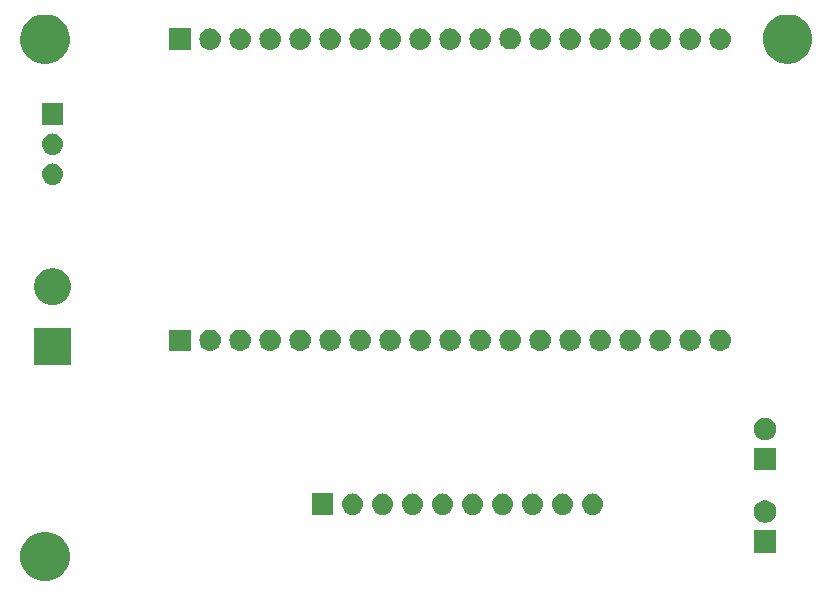
<source format=gbr>
G04 #@! TF.GenerationSoftware,KiCad,Pcbnew,(5.1.2)-2*
G04 #@! TF.CreationDate,2019-10-27T20:23:59-05:00*
G04 #@! TF.ProjectId,ESP_board,4553505f-626f-4617-9264-2e6b69636164,rev?*
G04 #@! TF.SameCoordinates,Original*
G04 #@! TF.FileFunction,Soldermask,Bot*
G04 #@! TF.FilePolarity,Negative*
%FSLAX46Y46*%
G04 Gerber Fmt 4.6, Leading zero omitted, Abs format (unit mm)*
G04 Created by KiCad (PCBNEW (5.1.2)-2) date 2019-10-27 20:23:59*
%MOMM*%
%LPD*%
G04 APERTURE LIST*
%ADD10C,0.100000*%
G04 APERTURE END LIST*
D10*
G36*
X93317589Y-114837048D02*
G01*
X93696671Y-114994069D01*
X94037835Y-115222028D01*
X94327972Y-115512165D01*
X94555931Y-115853329D01*
X94712952Y-116232411D01*
X94793000Y-116634842D01*
X94793000Y-117045158D01*
X94712952Y-117447589D01*
X94555931Y-117826671D01*
X94327972Y-118167835D01*
X94037835Y-118457972D01*
X93696671Y-118685931D01*
X93317589Y-118842952D01*
X92915159Y-118923000D01*
X92504841Y-118923000D01*
X92102411Y-118842952D01*
X91723329Y-118685931D01*
X91382165Y-118457972D01*
X91092028Y-118167835D01*
X90864069Y-117826671D01*
X90707048Y-117447589D01*
X90627000Y-117045158D01*
X90627000Y-116634842D01*
X90707048Y-116232411D01*
X90864069Y-115853329D01*
X91092028Y-115512165D01*
X91382165Y-115222028D01*
X91723329Y-114994069D01*
X92102411Y-114837048D01*
X92504841Y-114757000D01*
X92915159Y-114757000D01*
X93317589Y-114837048D01*
X93317589Y-114837048D01*
G37*
G36*
X154621000Y-116521000D02*
G01*
X152719000Y-116521000D01*
X152719000Y-114619000D01*
X154621000Y-114619000D01*
X154621000Y-116521000D01*
X154621000Y-116521000D01*
G37*
G36*
X153947395Y-112115546D02*
G01*
X154120466Y-112187234D01*
X154120467Y-112187235D01*
X154276227Y-112291310D01*
X154408690Y-112423773D01*
X154408691Y-112423775D01*
X154512766Y-112579534D01*
X154584454Y-112752605D01*
X154621000Y-112936333D01*
X154621000Y-113123667D01*
X154584454Y-113307395D01*
X154512766Y-113480466D01*
X154512765Y-113480467D01*
X154408690Y-113636227D01*
X154276227Y-113768690D01*
X154197818Y-113821081D01*
X154120466Y-113872766D01*
X153947395Y-113944454D01*
X153763667Y-113981000D01*
X153576333Y-113981000D01*
X153392605Y-113944454D01*
X153219534Y-113872766D01*
X153142182Y-113821081D01*
X153063773Y-113768690D01*
X152931310Y-113636227D01*
X152827235Y-113480467D01*
X152827234Y-113480466D01*
X152755546Y-113307395D01*
X152719000Y-113123667D01*
X152719000Y-112936333D01*
X152755546Y-112752605D01*
X152827234Y-112579534D01*
X152931309Y-112423775D01*
X152931310Y-112423773D01*
X153063773Y-112291310D01*
X153219533Y-112187235D01*
X153219534Y-112187234D01*
X153392605Y-112115546D01*
X153576333Y-112079000D01*
X153763667Y-112079000D01*
X153947395Y-112115546D01*
X153947395Y-112115546D01*
G37*
G36*
X118855443Y-111500519D02*
G01*
X118921627Y-111507037D01*
X119091466Y-111558557D01*
X119247991Y-111642222D01*
X119283729Y-111671552D01*
X119385186Y-111754814D01*
X119468448Y-111856271D01*
X119497778Y-111892009D01*
X119581443Y-112048534D01*
X119632963Y-112218373D01*
X119650359Y-112395000D01*
X119632963Y-112571627D01*
X119581443Y-112741466D01*
X119497778Y-112897991D01*
X119468448Y-112933729D01*
X119385186Y-113035186D01*
X119283729Y-113118448D01*
X119247991Y-113147778D01*
X119091466Y-113231443D01*
X118921627Y-113282963D01*
X118855443Y-113289481D01*
X118789260Y-113296000D01*
X118700740Y-113296000D01*
X118634557Y-113289481D01*
X118568373Y-113282963D01*
X118398534Y-113231443D01*
X118242009Y-113147778D01*
X118206271Y-113118448D01*
X118104814Y-113035186D01*
X118021552Y-112933729D01*
X117992222Y-112897991D01*
X117908557Y-112741466D01*
X117857037Y-112571627D01*
X117839641Y-112395000D01*
X117857037Y-112218373D01*
X117908557Y-112048534D01*
X117992222Y-111892009D01*
X118021552Y-111856271D01*
X118104814Y-111754814D01*
X118206271Y-111671552D01*
X118242009Y-111642222D01*
X118398534Y-111558557D01*
X118568373Y-111507037D01*
X118634557Y-111500519D01*
X118700740Y-111494000D01*
X118789260Y-111494000D01*
X118855443Y-111500519D01*
X118855443Y-111500519D01*
G37*
G36*
X121395443Y-111500519D02*
G01*
X121461627Y-111507037D01*
X121631466Y-111558557D01*
X121787991Y-111642222D01*
X121823729Y-111671552D01*
X121925186Y-111754814D01*
X122008448Y-111856271D01*
X122037778Y-111892009D01*
X122121443Y-112048534D01*
X122172963Y-112218373D01*
X122190359Y-112395000D01*
X122172963Y-112571627D01*
X122121443Y-112741466D01*
X122037778Y-112897991D01*
X122008448Y-112933729D01*
X121925186Y-113035186D01*
X121823729Y-113118448D01*
X121787991Y-113147778D01*
X121631466Y-113231443D01*
X121461627Y-113282963D01*
X121395443Y-113289481D01*
X121329260Y-113296000D01*
X121240740Y-113296000D01*
X121174557Y-113289481D01*
X121108373Y-113282963D01*
X120938534Y-113231443D01*
X120782009Y-113147778D01*
X120746271Y-113118448D01*
X120644814Y-113035186D01*
X120561552Y-112933729D01*
X120532222Y-112897991D01*
X120448557Y-112741466D01*
X120397037Y-112571627D01*
X120379641Y-112395000D01*
X120397037Y-112218373D01*
X120448557Y-112048534D01*
X120532222Y-111892009D01*
X120561552Y-111856271D01*
X120644814Y-111754814D01*
X120746271Y-111671552D01*
X120782009Y-111642222D01*
X120938534Y-111558557D01*
X121108373Y-111507037D01*
X121174557Y-111500519D01*
X121240740Y-111494000D01*
X121329260Y-111494000D01*
X121395443Y-111500519D01*
X121395443Y-111500519D01*
G37*
G36*
X123935443Y-111500519D02*
G01*
X124001627Y-111507037D01*
X124171466Y-111558557D01*
X124327991Y-111642222D01*
X124363729Y-111671552D01*
X124465186Y-111754814D01*
X124548448Y-111856271D01*
X124577778Y-111892009D01*
X124661443Y-112048534D01*
X124712963Y-112218373D01*
X124730359Y-112395000D01*
X124712963Y-112571627D01*
X124661443Y-112741466D01*
X124577778Y-112897991D01*
X124548448Y-112933729D01*
X124465186Y-113035186D01*
X124363729Y-113118448D01*
X124327991Y-113147778D01*
X124171466Y-113231443D01*
X124001627Y-113282963D01*
X123935443Y-113289481D01*
X123869260Y-113296000D01*
X123780740Y-113296000D01*
X123714557Y-113289481D01*
X123648373Y-113282963D01*
X123478534Y-113231443D01*
X123322009Y-113147778D01*
X123286271Y-113118448D01*
X123184814Y-113035186D01*
X123101552Y-112933729D01*
X123072222Y-112897991D01*
X122988557Y-112741466D01*
X122937037Y-112571627D01*
X122919641Y-112395000D01*
X122937037Y-112218373D01*
X122988557Y-112048534D01*
X123072222Y-111892009D01*
X123101552Y-111856271D01*
X123184814Y-111754814D01*
X123286271Y-111671552D01*
X123322009Y-111642222D01*
X123478534Y-111558557D01*
X123648373Y-111507037D01*
X123714557Y-111500519D01*
X123780740Y-111494000D01*
X123869260Y-111494000D01*
X123935443Y-111500519D01*
X123935443Y-111500519D01*
G37*
G36*
X126475443Y-111500519D02*
G01*
X126541627Y-111507037D01*
X126711466Y-111558557D01*
X126867991Y-111642222D01*
X126903729Y-111671552D01*
X127005186Y-111754814D01*
X127088448Y-111856271D01*
X127117778Y-111892009D01*
X127201443Y-112048534D01*
X127252963Y-112218373D01*
X127270359Y-112395000D01*
X127252963Y-112571627D01*
X127201443Y-112741466D01*
X127117778Y-112897991D01*
X127088448Y-112933729D01*
X127005186Y-113035186D01*
X126903729Y-113118448D01*
X126867991Y-113147778D01*
X126711466Y-113231443D01*
X126541627Y-113282963D01*
X126475443Y-113289481D01*
X126409260Y-113296000D01*
X126320740Y-113296000D01*
X126254557Y-113289481D01*
X126188373Y-113282963D01*
X126018534Y-113231443D01*
X125862009Y-113147778D01*
X125826271Y-113118448D01*
X125724814Y-113035186D01*
X125641552Y-112933729D01*
X125612222Y-112897991D01*
X125528557Y-112741466D01*
X125477037Y-112571627D01*
X125459641Y-112395000D01*
X125477037Y-112218373D01*
X125528557Y-112048534D01*
X125612222Y-111892009D01*
X125641552Y-111856271D01*
X125724814Y-111754814D01*
X125826271Y-111671552D01*
X125862009Y-111642222D01*
X126018534Y-111558557D01*
X126188373Y-111507037D01*
X126254557Y-111500519D01*
X126320740Y-111494000D01*
X126409260Y-111494000D01*
X126475443Y-111500519D01*
X126475443Y-111500519D01*
G37*
G36*
X129015443Y-111500519D02*
G01*
X129081627Y-111507037D01*
X129251466Y-111558557D01*
X129407991Y-111642222D01*
X129443729Y-111671552D01*
X129545186Y-111754814D01*
X129628448Y-111856271D01*
X129657778Y-111892009D01*
X129741443Y-112048534D01*
X129792963Y-112218373D01*
X129810359Y-112395000D01*
X129792963Y-112571627D01*
X129741443Y-112741466D01*
X129657778Y-112897991D01*
X129628448Y-112933729D01*
X129545186Y-113035186D01*
X129443729Y-113118448D01*
X129407991Y-113147778D01*
X129251466Y-113231443D01*
X129081627Y-113282963D01*
X129015443Y-113289481D01*
X128949260Y-113296000D01*
X128860740Y-113296000D01*
X128794557Y-113289481D01*
X128728373Y-113282963D01*
X128558534Y-113231443D01*
X128402009Y-113147778D01*
X128366271Y-113118448D01*
X128264814Y-113035186D01*
X128181552Y-112933729D01*
X128152222Y-112897991D01*
X128068557Y-112741466D01*
X128017037Y-112571627D01*
X127999641Y-112395000D01*
X128017037Y-112218373D01*
X128068557Y-112048534D01*
X128152222Y-111892009D01*
X128181552Y-111856271D01*
X128264814Y-111754814D01*
X128366271Y-111671552D01*
X128402009Y-111642222D01*
X128558534Y-111558557D01*
X128728373Y-111507037D01*
X128794557Y-111500519D01*
X128860740Y-111494000D01*
X128949260Y-111494000D01*
X129015443Y-111500519D01*
X129015443Y-111500519D01*
G37*
G36*
X134095443Y-111500519D02*
G01*
X134161627Y-111507037D01*
X134331466Y-111558557D01*
X134487991Y-111642222D01*
X134523729Y-111671552D01*
X134625186Y-111754814D01*
X134708448Y-111856271D01*
X134737778Y-111892009D01*
X134821443Y-112048534D01*
X134872963Y-112218373D01*
X134890359Y-112395000D01*
X134872963Y-112571627D01*
X134821443Y-112741466D01*
X134737778Y-112897991D01*
X134708448Y-112933729D01*
X134625186Y-113035186D01*
X134523729Y-113118448D01*
X134487991Y-113147778D01*
X134331466Y-113231443D01*
X134161627Y-113282963D01*
X134095443Y-113289481D01*
X134029260Y-113296000D01*
X133940740Y-113296000D01*
X133874557Y-113289481D01*
X133808373Y-113282963D01*
X133638534Y-113231443D01*
X133482009Y-113147778D01*
X133446271Y-113118448D01*
X133344814Y-113035186D01*
X133261552Y-112933729D01*
X133232222Y-112897991D01*
X133148557Y-112741466D01*
X133097037Y-112571627D01*
X133079641Y-112395000D01*
X133097037Y-112218373D01*
X133148557Y-112048534D01*
X133232222Y-111892009D01*
X133261552Y-111856271D01*
X133344814Y-111754814D01*
X133446271Y-111671552D01*
X133482009Y-111642222D01*
X133638534Y-111558557D01*
X133808373Y-111507037D01*
X133874557Y-111500519D01*
X133940740Y-111494000D01*
X134029260Y-111494000D01*
X134095443Y-111500519D01*
X134095443Y-111500519D01*
G37*
G36*
X136635443Y-111500519D02*
G01*
X136701627Y-111507037D01*
X136871466Y-111558557D01*
X137027991Y-111642222D01*
X137063729Y-111671552D01*
X137165186Y-111754814D01*
X137248448Y-111856271D01*
X137277778Y-111892009D01*
X137361443Y-112048534D01*
X137412963Y-112218373D01*
X137430359Y-112395000D01*
X137412963Y-112571627D01*
X137361443Y-112741466D01*
X137277778Y-112897991D01*
X137248448Y-112933729D01*
X137165186Y-113035186D01*
X137063729Y-113118448D01*
X137027991Y-113147778D01*
X136871466Y-113231443D01*
X136701627Y-113282963D01*
X136635443Y-113289481D01*
X136569260Y-113296000D01*
X136480740Y-113296000D01*
X136414557Y-113289481D01*
X136348373Y-113282963D01*
X136178534Y-113231443D01*
X136022009Y-113147778D01*
X135986271Y-113118448D01*
X135884814Y-113035186D01*
X135801552Y-112933729D01*
X135772222Y-112897991D01*
X135688557Y-112741466D01*
X135637037Y-112571627D01*
X135619641Y-112395000D01*
X135637037Y-112218373D01*
X135688557Y-112048534D01*
X135772222Y-111892009D01*
X135801552Y-111856271D01*
X135884814Y-111754814D01*
X135986271Y-111671552D01*
X136022009Y-111642222D01*
X136178534Y-111558557D01*
X136348373Y-111507037D01*
X136414557Y-111500519D01*
X136480740Y-111494000D01*
X136569260Y-111494000D01*
X136635443Y-111500519D01*
X136635443Y-111500519D01*
G37*
G36*
X139175443Y-111500519D02*
G01*
X139241627Y-111507037D01*
X139411466Y-111558557D01*
X139567991Y-111642222D01*
X139603729Y-111671552D01*
X139705186Y-111754814D01*
X139788448Y-111856271D01*
X139817778Y-111892009D01*
X139901443Y-112048534D01*
X139952963Y-112218373D01*
X139970359Y-112395000D01*
X139952963Y-112571627D01*
X139901443Y-112741466D01*
X139817778Y-112897991D01*
X139788448Y-112933729D01*
X139705186Y-113035186D01*
X139603729Y-113118448D01*
X139567991Y-113147778D01*
X139411466Y-113231443D01*
X139241627Y-113282963D01*
X139175443Y-113289481D01*
X139109260Y-113296000D01*
X139020740Y-113296000D01*
X138954557Y-113289481D01*
X138888373Y-113282963D01*
X138718534Y-113231443D01*
X138562009Y-113147778D01*
X138526271Y-113118448D01*
X138424814Y-113035186D01*
X138341552Y-112933729D01*
X138312222Y-112897991D01*
X138228557Y-112741466D01*
X138177037Y-112571627D01*
X138159641Y-112395000D01*
X138177037Y-112218373D01*
X138228557Y-112048534D01*
X138312222Y-111892009D01*
X138341552Y-111856271D01*
X138424814Y-111754814D01*
X138526271Y-111671552D01*
X138562009Y-111642222D01*
X138718534Y-111558557D01*
X138888373Y-111507037D01*
X138954557Y-111500519D01*
X139020740Y-111494000D01*
X139109260Y-111494000D01*
X139175443Y-111500519D01*
X139175443Y-111500519D01*
G37*
G36*
X131555443Y-111500519D02*
G01*
X131621627Y-111507037D01*
X131791466Y-111558557D01*
X131947991Y-111642222D01*
X131983729Y-111671552D01*
X132085186Y-111754814D01*
X132168448Y-111856271D01*
X132197778Y-111892009D01*
X132281443Y-112048534D01*
X132332963Y-112218373D01*
X132350359Y-112395000D01*
X132332963Y-112571627D01*
X132281443Y-112741466D01*
X132197778Y-112897991D01*
X132168448Y-112933729D01*
X132085186Y-113035186D01*
X131983729Y-113118448D01*
X131947991Y-113147778D01*
X131791466Y-113231443D01*
X131621627Y-113282963D01*
X131555443Y-113289481D01*
X131489260Y-113296000D01*
X131400740Y-113296000D01*
X131334557Y-113289481D01*
X131268373Y-113282963D01*
X131098534Y-113231443D01*
X130942009Y-113147778D01*
X130906271Y-113118448D01*
X130804814Y-113035186D01*
X130721552Y-112933729D01*
X130692222Y-112897991D01*
X130608557Y-112741466D01*
X130557037Y-112571627D01*
X130539641Y-112395000D01*
X130557037Y-112218373D01*
X130608557Y-112048534D01*
X130692222Y-111892009D01*
X130721552Y-111856271D01*
X130804814Y-111754814D01*
X130906271Y-111671552D01*
X130942009Y-111642222D01*
X131098534Y-111558557D01*
X131268373Y-111507037D01*
X131334557Y-111500519D01*
X131400740Y-111494000D01*
X131489260Y-111494000D01*
X131555443Y-111500519D01*
X131555443Y-111500519D01*
G37*
G36*
X117106000Y-113296000D02*
G01*
X115304000Y-113296000D01*
X115304000Y-111494000D01*
X117106000Y-111494000D01*
X117106000Y-113296000D01*
X117106000Y-113296000D01*
G37*
G36*
X154621000Y-109536000D02*
G01*
X152719000Y-109536000D01*
X152719000Y-107634000D01*
X154621000Y-107634000D01*
X154621000Y-109536000D01*
X154621000Y-109536000D01*
G37*
G36*
X153947395Y-105130546D02*
G01*
X154120466Y-105202234D01*
X154120467Y-105202235D01*
X154276227Y-105306310D01*
X154408690Y-105438773D01*
X154408691Y-105438775D01*
X154512766Y-105594534D01*
X154584454Y-105767605D01*
X154621000Y-105951333D01*
X154621000Y-106138667D01*
X154584454Y-106322395D01*
X154512766Y-106495466D01*
X154512765Y-106495467D01*
X154408690Y-106651227D01*
X154276227Y-106783690D01*
X154197818Y-106836081D01*
X154120466Y-106887766D01*
X153947395Y-106959454D01*
X153763667Y-106996000D01*
X153576333Y-106996000D01*
X153392605Y-106959454D01*
X153219534Y-106887766D01*
X153142182Y-106836081D01*
X153063773Y-106783690D01*
X152931310Y-106651227D01*
X152827235Y-106495467D01*
X152827234Y-106495466D01*
X152755546Y-106322395D01*
X152719000Y-106138667D01*
X152719000Y-105951333D01*
X152755546Y-105767605D01*
X152827234Y-105594534D01*
X152931309Y-105438775D01*
X152931310Y-105438773D01*
X153063773Y-105306310D01*
X153219533Y-105202235D01*
X153219534Y-105202234D01*
X153392605Y-105130546D01*
X153576333Y-105094000D01*
X153763667Y-105094000D01*
X153947395Y-105130546D01*
X153947395Y-105130546D01*
G37*
G36*
X94896000Y-100611000D02*
G01*
X91794000Y-100611000D01*
X91794000Y-97509000D01*
X94896000Y-97509000D01*
X94896000Y-100611000D01*
X94896000Y-100611000D01*
G37*
G36*
X127110442Y-97625518D02*
G01*
X127176627Y-97632037D01*
X127346466Y-97683557D01*
X127502991Y-97767222D01*
X127538729Y-97796552D01*
X127640186Y-97879814D01*
X127723448Y-97981271D01*
X127752778Y-98017009D01*
X127836443Y-98173534D01*
X127887963Y-98343373D01*
X127905359Y-98520000D01*
X127887963Y-98696627D01*
X127836443Y-98866466D01*
X127752778Y-99022991D01*
X127723448Y-99058729D01*
X127640186Y-99160186D01*
X127538729Y-99243448D01*
X127502991Y-99272778D01*
X127346466Y-99356443D01*
X127176627Y-99407963D01*
X127110443Y-99414481D01*
X127044260Y-99421000D01*
X126955740Y-99421000D01*
X126889558Y-99414482D01*
X126823373Y-99407963D01*
X126653534Y-99356443D01*
X126497009Y-99272778D01*
X126461271Y-99243448D01*
X126359814Y-99160186D01*
X126276552Y-99058729D01*
X126247222Y-99022991D01*
X126163557Y-98866466D01*
X126112037Y-98696627D01*
X126094641Y-98520000D01*
X126112037Y-98343373D01*
X126163557Y-98173534D01*
X126247222Y-98017009D01*
X126276552Y-97981271D01*
X126359814Y-97879814D01*
X126461271Y-97796552D01*
X126497009Y-97767222D01*
X126653534Y-97683557D01*
X126823373Y-97632037D01*
X126889558Y-97625518D01*
X126955740Y-97619000D01*
X127044260Y-97619000D01*
X127110442Y-97625518D01*
X127110442Y-97625518D01*
G37*
G36*
X124570442Y-97625518D02*
G01*
X124636627Y-97632037D01*
X124806466Y-97683557D01*
X124962991Y-97767222D01*
X124998729Y-97796552D01*
X125100186Y-97879814D01*
X125183448Y-97981271D01*
X125212778Y-98017009D01*
X125296443Y-98173534D01*
X125347963Y-98343373D01*
X125365359Y-98520000D01*
X125347963Y-98696627D01*
X125296443Y-98866466D01*
X125212778Y-99022991D01*
X125183448Y-99058729D01*
X125100186Y-99160186D01*
X124998729Y-99243448D01*
X124962991Y-99272778D01*
X124806466Y-99356443D01*
X124636627Y-99407963D01*
X124570443Y-99414481D01*
X124504260Y-99421000D01*
X124415740Y-99421000D01*
X124349558Y-99414482D01*
X124283373Y-99407963D01*
X124113534Y-99356443D01*
X123957009Y-99272778D01*
X123921271Y-99243448D01*
X123819814Y-99160186D01*
X123736552Y-99058729D01*
X123707222Y-99022991D01*
X123623557Y-98866466D01*
X123572037Y-98696627D01*
X123554641Y-98520000D01*
X123572037Y-98343373D01*
X123623557Y-98173534D01*
X123707222Y-98017009D01*
X123736552Y-97981271D01*
X123819814Y-97879814D01*
X123921271Y-97796552D01*
X123957009Y-97767222D01*
X124113534Y-97683557D01*
X124283373Y-97632037D01*
X124349558Y-97625518D01*
X124415740Y-97619000D01*
X124504260Y-97619000D01*
X124570442Y-97625518D01*
X124570442Y-97625518D01*
G37*
G36*
X122030442Y-97625518D02*
G01*
X122096627Y-97632037D01*
X122266466Y-97683557D01*
X122422991Y-97767222D01*
X122458729Y-97796552D01*
X122560186Y-97879814D01*
X122643448Y-97981271D01*
X122672778Y-98017009D01*
X122756443Y-98173534D01*
X122807963Y-98343373D01*
X122825359Y-98520000D01*
X122807963Y-98696627D01*
X122756443Y-98866466D01*
X122672778Y-99022991D01*
X122643448Y-99058729D01*
X122560186Y-99160186D01*
X122458729Y-99243448D01*
X122422991Y-99272778D01*
X122266466Y-99356443D01*
X122096627Y-99407963D01*
X122030443Y-99414481D01*
X121964260Y-99421000D01*
X121875740Y-99421000D01*
X121809558Y-99414482D01*
X121743373Y-99407963D01*
X121573534Y-99356443D01*
X121417009Y-99272778D01*
X121381271Y-99243448D01*
X121279814Y-99160186D01*
X121196552Y-99058729D01*
X121167222Y-99022991D01*
X121083557Y-98866466D01*
X121032037Y-98696627D01*
X121014641Y-98520000D01*
X121032037Y-98343373D01*
X121083557Y-98173534D01*
X121167222Y-98017009D01*
X121196552Y-97981271D01*
X121279814Y-97879814D01*
X121381271Y-97796552D01*
X121417009Y-97767222D01*
X121573534Y-97683557D01*
X121743373Y-97632037D01*
X121809558Y-97625518D01*
X121875740Y-97619000D01*
X121964260Y-97619000D01*
X122030442Y-97625518D01*
X122030442Y-97625518D01*
G37*
G36*
X119490442Y-97625518D02*
G01*
X119556627Y-97632037D01*
X119726466Y-97683557D01*
X119882991Y-97767222D01*
X119918729Y-97796552D01*
X120020186Y-97879814D01*
X120103448Y-97981271D01*
X120132778Y-98017009D01*
X120216443Y-98173534D01*
X120267963Y-98343373D01*
X120285359Y-98520000D01*
X120267963Y-98696627D01*
X120216443Y-98866466D01*
X120132778Y-99022991D01*
X120103448Y-99058729D01*
X120020186Y-99160186D01*
X119918729Y-99243448D01*
X119882991Y-99272778D01*
X119726466Y-99356443D01*
X119556627Y-99407963D01*
X119490443Y-99414481D01*
X119424260Y-99421000D01*
X119335740Y-99421000D01*
X119269558Y-99414482D01*
X119203373Y-99407963D01*
X119033534Y-99356443D01*
X118877009Y-99272778D01*
X118841271Y-99243448D01*
X118739814Y-99160186D01*
X118656552Y-99058729D01*
X118627222Y-99022991D01*
X118543557Y-98866466D01*
X118492037Y-98696627D01*
X118474641Y-98520000D01*
X118492037Y-98343373D01*
X118543557Y-98173534D01*
X118627222Y-98017009D01*
X118656552Y-97981271D01*
X118739814Y-97879814D01*
X118841271Y-97796552D01*
X118877009Y-97767222D01*
X119033534Y-97683557D01*
X119203373Y-97632037D01*
X119269558Y-97625518D01*
X119335740Y-97619000D01*
X119424260Y-97619000D01*
X119490442Y-97625518D01*
X119490442Y-97625518D01*
G37*
G36*
X105041000Y-99421000D02*
G01*
X103239000Y-99421000D01*
X103239000Y-97619000D01*
X105041000Y-97619000D01*
X105041000Y-99421000D01*
X105041000Y-99421000D01*
G37*
G36*
X106790442Y-97625518D02*
G01*
X106856627Y-97632037D01*
X107026466Y-97683557D01*
X107182991Y-97767222D01*
X107218729Y-97796552D01*
X107320186Y-97879814D01*
X107403448Y-97981271D01*
X107432778Y-98017009D01*
X107516443Y-98173534D01*
X107567963Y-98343373D01*
X107585359Y-98520000D01*
X107567963Y-98696627D01*
X107516443Y-98866466D01*
X107432778Y-99022991D01*
X107403448Y-99058729D01*
X107320186Y-99160186D01*
X107218729Y-99243448D01*
X107182991Y-99272778D01*
X107026466Y-99356443D01*
X106856627Y-99407963D01*
X106790443Y-99414481D01*
X106724260Y-99421000D01*
X106635740Y-99421000D01*
X106569558Y-99414482D01*
X106503373Y-99407963D01*
X106333534Y-99356443D01*
X106177009Y-99272778D01*
X106141271Y-99243448D01*
X106039814Y-99160186D01*
X105956552Y-99058729D01*
X105927222Y-99022991D01*
X105843557Y-98866466D01*
X105792037Y-98696627D01*
X105774641Y-98520000D01*
X105792037Y-98343373D01*
X105843557Y-98173534D01*
X105927222Y-98017009D01*
X105956552Y-97981271D01*
X106039814Y-97879814D01*
X106141271Y-97796552D01*
X106177009Y-97767222D01*
X106333534Y-97683557D01*
X106503373Y-97632037D01*
X106569558Y-97625518D01*
X106635740Y-97619000D01*
X106724260Y-97619000D01*
X106790442Y-97625518D01*
X106790442Y-97625518D01*
G37*
G36*
X109330442Y-97625518D02*
G01*
X109396627Y-97632037D01*
X109566466Y-97683557D01*
X109722991Y-97767222D01*
X109758729Y-97796552D01*
X109860186Y-97879814D01*
X109943448Y-97981271D01*
X109972778Y-98017009D01*
X110056443Y-98173534D01*
X110107963Y-98343373D01*
X110125359Y-98520000D01*
X110107963Y-98696627D01*
X110056443Y-98866466D01*
X109972778Y-99022991D01*
X109943448Y-99058729D01*
X109860186Y-99160186D01*
X109758729Y-99243448D01*
X109722991Y-99272778D01*
X109566466Y-99356443D01*
X109396627Y-99407963D01*
X109330443Y-99414481D01*
X109264260Y-99421000D01*
X109175740Y-99421000D01*
X109109558Y-99414482D01*
X109043373Y-99407963D01*
X108873534Y-99356443D01*
X108717009Y-99272778D01*
X108681271Y-99243448D01*
X108579814Y-99160186D01*
X108496552Y-99058729D01*
X108467222Y-99022991D01*
X108383557Y-98866466D01*
X108332037Y-98696627D01*
X108314641Y-98520000D01*
X108332037Y-98343373D01*
X108383557Y-98173534D01*
X108467222Y-98017009D01*
X108496552Y-97981271D01*
X108579814Y-97879814D01*
X108681271Y-97796552D01*
X108717009Y-97767222D01*
X108873534Y-97683557D01*
X109043373Y-97632037D01*
X109109558Y-97625518D01*
X109175740Y-97619000D01*
X109264260Y-97619000D01*
X109330442Y-97625518D01*
X109330442Y-97625518D01*
G37*
G36*
X111870442Y-97625518D02*
G01*
X111936627Y-97632037D01*
X112106466Y-97683557D01*
X112262991Y-97767222D01*
X112298729Y-97796552D01*
X112400186Y-97879814D01*
X112483448Y-97981271D01*
X112512778Y-98017009D01*
X112596443Y-98173534D01*
X112647963Y-98343373D01*
X112665359Y-98520000D01*
X112647963Y-98696627D01*
X112596443Y-98866466D01*
X112512778Y-99022991D01*
X112483448Y-99058729D01*
X112400186Y-99160186D01*
X112298729Y-99243448D01*
X112262991Y-99272778D01*
X112106466Y-99356443D01*
X111936627Y-99407963D01*
X111870443Y-99414481D01*
X111804260Y-99421000D01*
X111715740Y-99421000D01*
X111649558Y-99414482D01*
X111583373Y-99407963D01*
X111413534Y-99356443D01*
X111257009Y-99272778D01*
X111221271Y-99243448D01*
X111119814Y-99160186D01*
X111036552Y-99058729D01*
X111007222Y-99022991D01*
X110923557Y-98866466D01*
X110872037Y-98696627D01*
X110854641Y-98520000D01*
X110872037Y-98343373D01*
X110923557Y-98173534D01*
X111007222Y-98017009D01*
X111036552Y-97981271D01*
X111119814Y-97879814D01*
X111221271Y-97796552D01*
X111257009Y-97767222D01*
X111413534Y-97683557D01*
X111583373Y-97632037D01*
X111649558Y-97625518D01*
X111715740Y-97619000D01*
X111804260Y-97619000D01*
X111870442Y-97625518D01*
X111870442Y-97625518D01*
G37*
G36*
X116950442Y-97625518D02*
G01*
X117016627Y-97632037D01*
X117186466Y-97683557D01*
X117342991Y-97767222D01*
X117378729Y-97796552D01*
X117480186Y-97879814D01*
X117563448Y-97981271D01*
X117592778Y-98017009D01*
X117676443Y-98173534D01*
X117727963Y-98343373D01*
X117745359Y-98520000D01*
X117727963Y-98696627D01*
X117676443Y-98866466D01*
X117592778Y-99022991D01*
X117563448Y-99058729D01*
X117480186Y-99160186D01*
X117378729Y-99243448D01*
X117342991Y-99272778D01*
X117186466Y-99356443D01*
X117016627Y-99407963D01*
X116950443Y-99414481D01*
X116884260Y-99421000D01*
X116795740Y-99421000D01*
X116729558Y-99414482D01*
X116663373Y-99407963D01*
X116493534Y-99356443D01*
X116337009Y-99272778D01*
X116301271Y-99243448D01*
X116199814Y-99160186D01*
X116116552Y-99058729D01*
X116087222Y-99022991D01*
X116003557Y-98866466D01*
X115952037Y-98696627D01*
X115934641Y-98520000D01*
X115952037Y-98343373D01*
X116003557Y-98173534D01*
X116087222Y-98017009D01*
X116116552Y-97981271D01*
X116199814Y-97879814D01*
X116301271Y-97796552D01*
X116337009Y-97767222D01*
X116493534Y-97683557D01*
X116663373Y-97632037D01*
X116729558Y-97625518D01*
X116795740Y-97619000D01*
X116884260Y-97619000D01*
X116950442Y-97625518D01*
X116950442Y-97625518D01*
G37*
G36*
X132190442Y-97625518D02*
G01*
X132256627Y-97632037D01*
X132426466Y-97683557D01*
X132582991Y-97767222D01*
X132618729Y-97796552D01*
X132720186Y-97879814D01*
X132803448Y-97981271D01*
X132832778Y-98017009D01*
X132916443Y-98173534D01*
X132967963Y-98343373D01*
X132985359Y-98520000D01*
X132967963Y-98696627D01*
X132916443Y-98866466D01*
X132832778Y-99022991D01*
X132803448Y-99058729D01*
X132720186Y-99160186D01*
X132618729Y-99243448D01*
X132582991Y-99272778D01*
X132426466Y-99356443D01*
X132256627Y-99407963D01*
X132190443Y-99414481D01*
X132124260Y-99421000D01*
X132035740Y-99421000D01*
X131969558Y-99414482D01*
X131903373Y-99407963D01*
X131733534Y-99356443D01*
X131577009Y-99272778D01*
X131541271Y-99243448D01*
X131439814Y-99160186D01*
X131356552Y-99058729D01*
X131327222Y-99022991D01*
X131243557Y-98866466D01*
X131192037Y-98696627D01*
X131174641Y-98520000D01*
X131192037Y-98343373D01*
X131243557Y-98173534D01*
X131327222Y-98017009D01*
X131356552Y-97981271D01*
X131439814Y-97879814D01*
X131541271Y-97796552D01*
X131577009Y-97767222D01*
X131733534Y-97683557D01*
X131903373Y-97632037D01*
X131969558Y-97625518D01*
X132035740Y-97619000D01*
X132124260Y-97619000D01*
X132190442Y-97625518D01*
X132190442Y-97625518D01*
G37*
G36*
X134730442Y-97625518D02*
G01*
X134796627Y-97632037D01*
X134966466Y-97683557D01*
X135122991Y-97767222D01*
X135158729Y-97796552D01*
X135260186Y-97879814D01*
X135343448Y-97981271D01*
X135372778Y-98017009D01*
X135456443Y-98173534D01*
X135507963Y-98343373D01*
X135525359Y-98520000D01*
X135507963Y-98696627D01*
X135456443Y-98866466D01*
X135372778Y-99022991D01*
X135343448Y-99058729D01*
X135260186Y-99160186D01*
X135158729Y-99243448D01*
X135122991Y-99272778D01*
X134966466Y-99356443D01*
X134796627Y-99407963D01*
X134730443Y-99414481D01*
X134664260Y-99421000D01*
X134575740Y-99421000D01*
X134509558Y-99414482D01*
X134443373Y-99407963D01*
X134273534Y-99356443D01*
X134117009Y-99272778D01*
X134081271Y-99243448D01*
X133979814Y-99160186D01*
X133896552Y-99058729D01*
X133867222Y-99022991D01*
X133783557Y-98866466D01*
X133732037Y-98696627D01*
X133714641Y-98520000D01*
X133732037Y-98343373D01*
X133783557Y-98173534D01*
X133867222Y-98017009D01*
X133896552Y-97981271D01*
X133979814Y-97879814D01*
X134081271Y-97796552D01*
X134117009Y-97767222D01*
X134273534Y-97683557D01*
X134443373Y-97632037D01*
X134509558Y-97625518D01*
X134575740Y-97619000D01*
X134664260Y-97619000D01*
X134730442Y-97625518D01*
X134730442Y-97625518D01*
G37*
G36*
X137270442Y-97625518D02*
G01*
X137336627Y-97632037D01*
X137506466Y-97683557D01*
X137662991Y-97767222D01*
X137698729Y-97796552D01*
X137800186Y-97879814D01*
X137883448Y-97981271D01*
X137912778Y-98017009D01*
X137996443Y-98173534D01*
X138047963Y-98343373D01*
X138065359Y-98520000D01*
X138047963Y-98696627D01*
X137996443Y-98866466D01*
X137912778Y-99022991D01*
X137883448Y-99058729D01*
X137800186Y-99160186D01*
X137698729Y-99243448D01*
X137662991Y-99272778D01*
X137506466Y-99356443D01*
X137336627Y-99407963D01*
X137270443Y-99414481D01*
X137204260Y-99421000D01*
X137115740Y-99421000D01*
X137049558Y-99414482D01*
X136983373Y-99407963D01*
X136813534Y-99356443D01*
X136657009Y-99272778D01*
X136621271Y-99243448D01*
X136519814Y-99160186D01*
X136436552Y-99058729D01*
X136407222Y-99022991D01*
X136323557Y-98866466D01*
X136272037Y-98696627D01*
X136254641Y-98520000D01*
X136272037Y-98343373D01*
X136323557Y-98173534D01*
X136407222Y-98017009D01*
X136436552Y-97981271D01*
X136519814Y-97879814D01*
X136621271Y-97796552D01*
X136657009Y-97767222D01*
X136813534Y-97683557D01*
X136983373Y-97632037D01*
X137049558Y-97625518D01*
X137115740Y-97619000D01*
X137204260Y-97619000D01*
X137270442Y-97625518D01*
X137270442Y-97625518D01*
G37*
G36*
X139810442Y-97625518D02*
G01*
X139876627Y-97632037D01*
X140046466Y-97683557D01*
X140202991Y-97767222D01*
X140238729Y-97796552D01*
X140340186Y-97879814D01*
X140423448Y-97981271D01*
X140452778Y-98017009D01*
X140536443Y-98173534D01*
X140587963Y-98343373D01*
X140605359Y-98520000D01*
X140587963Y-98696627D01*
X140536443Y-98866466D01*
X140452778Y-99022991D01*
X140423448Y-99058729D01*
X140340186Y-99160186D01*
X140238729Y-99243448D01*
X140202991Y-99272778D01*
X140046466Y-99356443D01*
X139876627Y-99407963D01*
X139810443Y-99414481D01*
X139744260Y-99421000D01*
X139655740Y-99421000D01*
X139589558Y-99414482D01*
X139523373Y-99407963D01*
X139353534Y-99356443D01*
X139197009Y-99272778D01*
X139161271Y-99243448D01*
X139059814Y-99160186D01*
X138976552Y-99058729D01*
X138947222Y-99022991D01*
X138863557Y-98866466D01*
X138812037Y-98696627D01*
X138794641Y-98520000D01*
X138812037Y-98343373D01*
X138863557Y-98173534D01*
X138947222Y-98017009D01*
X138976552Y-97981271D01*
X139059814Y-97879814D01*
X139161271Y-97796552D01*
X139197009Y-97767222D01*
X139353534Y-97683557D01*
X139523373Y-97632037D01*
X139589558Y-97625518D01*
X139655740Y-97619000D01*
X139744260Y-97619000D01*
X139810442Y-97625518D01*
X139810442Y-97625518D01*
G37*
G36*
X142350442Y-97625518D02*
G01*
X142416627Y-97632037D01*
X142586466Y-97683557D01*
X142742991Y-97767222D01*
X142778729Y-97796552D01*
X142880186Y-97879814D01*
X142963448Y-97981271D01*
X142992778Y-98017009D01*
X143076443Y-98173534D01*
X143127963Y-98343373D01*
X143145359Y-98520000D01*
X143127963Y-98696627D01*
X143076443Y-98866466D01*
X142992778Y-99022991D01*
X142963448Y-99058729D01*
X142880186Y-99160186D01*
X142778729Y-99243448D01*
X142742991Y-99272778D01*
X142586466Y-99356443D01*
X142416627Y-99407963D01*
X142350443Y-99414481D01*
X142284260Y-99421000D01*
X142195740Y-99421000D01*
X142129558Y-99414482D01*
X142063373Y-99407963D01*
X141893534Y-99356443D01*
X141737009Y-99272778D01*
X141701271Y-99243448D01*
X141599814Y-99160186D01*
X141516552Y-99058729D01*
X141487222Y-99022991D01*
X141403557Y-98866466D01*
X141352037Y-98696627D01*
X141334641Y-98520000D01*
X141352037Y-98343373D01*
X141403557Y-98173534D01*
X141487222Y-98017009D01*
X141516552Y-97981271D01*
X141599814Y-97879814D01*
X141701271Y-97796552D01*
X141737009Y-97767222D01*
X141893534Y-97683557D01*
X142063373Y-97632037D01*
X142129558Y-97625518D01*
X142195740Y-97619000D01*
X142284260Y-97619000D01*
X142350442Y-97625518D01*
X142350442Y-97625518D01*
G37*
G36*
X144890442Y-97625518D02*
G01*
X144956627Y-97632037D01*
X145126466Y-97683557D01*
X145282991Y-97767222D01*
X145318729Y-97796552D01*
X145420186Y-97879814D01*
X145503448Y-97981271D01*
X145532778Y-98017009D01*
X145616443Y-98173534D01*
X145667963Y-98343373D01*
X145685359Y-98520000D01*
X145667963Y-98696627D01*
X145616443Y-98866466D01*
X145532778Y-99022991D01*
X145503448Y-99058729D01*
X145420186Y-99160186D01*
X145318729Y-99243448D01*
X145282991Y-99272778D01*
X145126466Y-99356443D01*
X144956627Y-99407963D01*
X144890443Y-99414481D01*
X144824260Y-99421000D01*
X144735740Y-99421000D01*
X144669558Y-99414482D01*
X144603373Y-99407963D01*
X144433534Y-99356443D01*
X144277009Y-99272778D01*
X144241271Y-99243448D01*
X144139814Y-99160186D01*
X144056552Y-99058729D01*
X144027222Y-99022991D01*
X143943557Y-98866466D01*
X143892037Y-98696627D01*
X143874641Y-98520000D01*
X143892037Y-98343373D01*
X143943557Y-98173534D01*
X144027222Y-98017009D01*
X144056552Y-97981271D01*
X144139814Y-97879814D01*
X144241271Y-97796552D01*
X144277009Y-97767222D01*
X144433534Y-97683557D01*
X144603373Y-97632037D01*
X144669558Y-97625518D01*
X144735740Y-97619000D01*
X144824260Y-97619000D01*
X144890442Y-97625518D01*
X144890442Y-97625518D01*
G37*
G36*
X149970442Y-97625518D02*
G01*
X150036627Y-97632037D01*
X150206466Y-97683557D01*
X150362991Y-97767222D01*
X150398729Y-97796552D01*
X150500186Y-97879814D01*
X150583448Y-97981271D01*
X150612778Y-98017009D01*
X150696443Y-98173534D01*
X150747963Y-98343373D01*
X150765359Y-98520000D01*
X150747963Y-98696627D01*
X150696443Y-98866466D01*
X150612778Y-99022991D01*
X150583448Y-99058729D01*
X150500186Y-99160186D01*
X150398729Y-99243448D01*
X150362991Y-99272778D01*
X150206466Y-99356443D01*
X150036627Y-99407963D01*
X149970443Y-99414481D01*
X149904260Y-99421000D01*
X149815740Y-99421000D01*
X149749558Y-99414482D01*
X149683373Y-99407963D01*
X149513534Y-99356443D01*
X149357009Y-99272778D01*
X149321271Y-99243448D01*
X149219814Y-99160186D01*
X149136552Y-99058729D01*
X149107222Y-99022991D01*
X149023557Y-98866466D01*
X148972037Y-98696627D01*
X148954641Y-98520000D01*
X148972037Y-98343373D01*
X149023557Y-98173534D01*
X149107222Y-98017009D01*
X149136552Y-97981271D01*
X149219814Y-97879814D01*
X149321271Y-97796552D01*
X149357009Y-97767222D01*
X149513534Y-97683557D01*
X149683373Y-97632037D01*
X149749558Y-97625518D01*
X149815740Y-97619000D01*
X149904260Y-97619000D01*
X149970442Y-97625518D01*
X149970442Y-97625518D01*
G37*
G36*
X147430442Y-97625518D02*
G01*
X147496627Y-97632037D01*
X147666466Y-97683557D01*
X147822991Y-97767222D01*
X147858729Y-97796552D01*
X147960186Y-97879814D01*
X148043448Y-97981271D01*
X148072778Y-98017009D01*
X148156443Y-98173534D01*
X148207963Y-98343373D01*
X148225359Y-98520000D01*
X148207963Y-98696627D01*
X148156443Y-98866466D01*
X148072778Y-99022991D01*
X148043448Y-99058729D01*
X147960186Y-99160186D01*
X147858729Y-99243448D01*
X147822991Y-99272778D01*
X147666466Y-99356443D01*
X147496627Y-99407963D01*
X147430443Y-99414481D01*
X147364260Y-99421000D01*
X147275740Y-99421000D01*
X147209558Y-99414482D01*
X147143373Y-99407963D01*
X146973534Y-99356443D01*
X146817009Y-99272778D01*
X146781271Y-99243448D01*
X146679814Y-99160186D01*
X146596552Y-99058729D01*
X146567222Y-99022991D01*
X146483557Y-98866466D01*
X146432037Y-98696627D01*
X146414641Y-98520000D01*
X146432037Y-98343373D01*
X146483557Y-98173534D01*
X146567222Y-98017009D01*
X146596552Y-97981271D01*
X146679814Y-97879814D01*
X146781271Y-97796552D01*
X146817009Y-97767222D01*
X146973534Y-97683557D01*
X147143373Y-97632037D01*
X147209558Y-97625518D01*
X147275740Y-97619000D01*
X147364260Y-97619000D01*
X147430442Y-97625518D01*
X147430442Y-97625518D01*
G37*
G36*
X129650442Y-97625518D02*
G01*
X129716627Y-97632037D01*
X129886466Y-97683557D01*
X130042991Y-97767222D01*
X130078729Y-97796552D01*
X130180186Y-97879814D01*
X130263448Y-97981271D01*
X130292778Y-98017009D01*
X130376443Y-98173534D01*
X130427963Y-98343373D01*
X130445359Y-98520000D01*
X130427963Y-98696627D01*
X130376443Y-98866466D01*
X130292778Y-99022991D01*
X130263448Y-99058729D01*
X130180186Y-99160186D01*
X130078729Y-99243448D01*
X130042991Y-99272778D01*
X129886466Y-99356443D01*
X129716627Y-99407963D01*
X129650443Y-99414481D01*
X129584260Y-99421000D01*
X129495740Y-99421000D01*
X129429558Y-99414482D01*
X129363373Y-99407963D01*
X129193534Y-99356443D01*
X129037009Y-99272778D01*
X129001271Y-99243448D01*
X128899814Y-99160186D01*
X128816552Y-99058729D01*
X128787222Y-99022991D01*
X128703557Y-98866466D01*
X128652037Y-98696627D01*
X128634641Y-98520000D01*
X128652037Y-98343373D01*
X128703557Y-98173534D01*
X128787222Y-98017009D01*
X128816552Y-97981271D01*
X128899814Y-97879814D01*
X129001271Y-97796552D01*
X129037009Y-97767222D01*
X129193534Y-97683557D01*
X129363373Y-97632037D01*
X129429558Y-97625518D01*
X129495740Y-97619000D01*
X129584260Y-97619000D01*
X129650442Y-97625518D01*
X129650442Y-97625518D01*
G37*
G36*
X114410442Y-97625518D02*
G01*
X114476627Y-97632037D01*
X114646466Y-97683557D01*
X114802991Y-97767222D01*
X114838729Y-97796552D01*
X114940186Y-97879814D01*
X115023448Y-97981271D01*
X115052778Y-98017009D01*
X115136443Y-98173534D01*
X115187963Y-98343373D01*
X115205359Y-98520000D01*
X115187963Y-98696627D01*
X115136443Y-98866466D01*
X115052778Y-99022991D01*
X115023448Y-99058729D01*
X114940186Y-99160186D01*
X114838729Y-99243448D01*
X114802991Y-99272778D01*
X114646466Y-99356443D01*
X114476627Y-99407963D01*
X114410443Y-99414481D01*
X114344260Y-99421000D01*
X114255740Y-99421000D01*
X114189558Y-99414482D01*
X114123373Y-99407963D01*
X113953534Y-99356443D01*
X113797009Y-99272778D01*
X113761271Y-99243448D01*
X113659814Y-99160186D01*
X113576552Y-99058729D01*
X113547222Y-99022991D01*
X113463557Y-98866466D01*
X113412037Y-98696627D01*
X113394641Y-98520000D01*
X113412037Y-98343373D01*
X113463557Y-98173534D01*
X113547222Y-98017009D01*
X113576552Y-97981271D01*
X113659814Y-97879814D01*
X113761271Y-97796552D01*
X113797009Y-97767222D01*
X113953534Y-97683557D01*
X114123373Y-97632037D01*
X114189558Y-97625518D01*
X114255740Y-97619000D01*
X114344260Y-97619000D01*
X114410442Y-97625518D01*
X114410442Y-97625518D01*
G37*
G36*
X93647585Y-92458802D02*
G01*
X93797410Y-92488604D01*
X94079674Y-92605521D01*
X94333705Y-92775259D01*
X94549741Y-92991295D01*
X94719479Y-93245326D01*
X94836396Y-93527590D01*
X94896000Y-93827240D01*
X94896000Y-94132760D01*
X94836396Y-94432410D01*
X94719479Y-94714674D01*
X94549741Y-94968705D01*
X94333705Y-95184741D01*
X94079674Y-95354479D01*
X93797410Y-95471396D01*
X93647585Y-95501198D01*
X93497761Y-95531000D01*
X93192239Y-95531000D01*
X93042415Y-95501198D01*
X92892590Y-95471396D01*
X92610326Y-95354479D01*
X92356295Y-95184741D01*
X92140259Y-94968705D01*
X91970521Y-94714674D01*
X91853604Y-94432410D01*
X91794000Y-94132760D01*
X91794000Y-93827240D01*
X91853604Y-93527590D01*
X91970521Y-93245326D01*
X92140259Y-92991295D01*
X92356295Y-92775259D01*
X92610326Y-92605521D01*
X92892590Y-92488604D01*
X93042415Y-92458802D01*
X93192239Y-92429000D01*
X93497761Y-92429000D01*
X93647585Y-92458802D01*
X93647585Y-92458802D01*
G37*
G36*
X93455443Y-83560519D02*
G01*
X93521627Y-83567037D01*
X93691466Y-83618557D01*
X93847991Y-83702222D01*
X93883729Y-83731552D01*
X93985186Y-83814814D01*
X94068448Y-83916271D01*
X94097778Y-83952009D01*
X94181443Y-84108534D01*
X94232963Y-84278373D01*
X94250359Y-84455000D01*
X94232963Y-84631627D01*
X94181443Y-84801466D01*
X94097778Y-84957991D01*
X94068448Y-84993729D01*
X93985186Y-85095186D01*
X93883729Y-85178448D01*
X93847991Y-85207778D01*
X93691466Y-85291443D01*
X93521627Y-85342963D01*
X93455442Y-85349482D01*
X93389260Y-85356000D01*
X93300740Y-85356000D01*
X93234558Y-85349482D01*
X93168373Y-85342963D01*
X92998534Y-85291443D01*
X92842009Y-85207778D01*
X92806271Y-85178448D01*
X92704814Y-85095186D01*
X92621552Y-84993729D01*
X92592222Y-84957991D01*
X92508557Y-84801466D01*
X92457037Y-84631627D01*
X92439641Y-84455000D01*
X92457037Y-84278373D01*
X92508557Y-84108534D01*
X92592222Y-83952009D01*
X92621552Y-83916271D01*
X92704814Y-83814814D01*
X92806271Y-83731552D01*
X92842009Y-83702222D01*
X92998534Y-83618557D01*
X93168373Y-83567037D01*
X93234557Y-83560519D01*
X93300740Y-83554000D01*
X93389260Y-83554000D01*
X93455443Y-83560519D01*
X93455443Y-83560519D01*
G37*
G36*
X93455442Y-81020518D02*
G01*
X93521627Y-81027037D01*
X93691466Y-81078557D01*
X93847991Y-81162222D01*
X93883729Y-81191552D01*
X93985186Y-81274814D01*
X94068448Y-81376271D01*
X94097778Y-81412009D01*
X94181443Y-81568534D01*
X94232963Y-81738373D01*
X94250359Y-81915000D01*
X94232963Y-82091627D01*
X94181443Y-82261466D01*
X94097778Y-82417991D01*
X94068448Y-82453729D01*
X93985186Y-82555186D01*
X93883729Y-82638448D01*
X93847991Y-82667778D01*
X93691466Y-82751443D01*
X93521627Y-82802963D01*
X93455442Y-82809482D01*
X93389260Y-82816000D01*
X93300740Y-82816000D01*
X93234558Y-82809482D01*
X93168373Y-82802963D01*
X92998534Y-82751443D01*
X92842009Y-82667778D01*
X92806271Y-82638448D01*
X92704814Y-82555186D01*
X92621552Y-82453729D01*
X92592222Y-82417991D01*
X92508557Y-82261466D01*
X92457037Y-82091627D01*
X92439641Y-81915000D01*
X92457037Y-81738373D01*
X92508557Y-81568534D01*
X92592222Y-81412009D01*
X92621552Y-81376271D01*
X92704814Y-81274814D01*
X92806271Y-81191552D01*
X92842009Y-81162222D01*
X92998534Y-81078557D01*
X93168373Y-81027037D01*
X93234558Y-81020518D01*
X93300740Y-81014000D01*
X93389260Y-81014000D01*
X93455442Y-81020518D01*
X93455442Y-81020518D01*
G37*
G36*
X94246000Y-80276000D02*
G01*
X92444000Y-80276000D01*
X92444000Y-78474000D01*
X94246000Y-78474000D01*
X94246000Y-80276000D01*
X94246000Y-80276000D01*
G37*
G36*
X93317589Y-71022048D02*
G01*
X93696671Y-71179069D01*
X94037835Y-71407028D01*
X94327972Y-71697165D01*
X94555931Y-72038329D01*
X94689095Y-72359814D01*
X94712952Y-72417412D01*
X94759920Y-72653534D01*
X94793000Y-72819842D01*
X94793000Y-73230158D01*
X94712952Y-73632589D01*
X94555931Y-74011671D01*
X94327972Y-74352835D01*
X94037835Y-74642972D01*
X93696671Y-74870931D01*
X93317589Y-75027952D01*
X93116373Y-75067976D01*
X92915159Y-75108000D01*
X92504841Y-75108000D01*
X92303627Y-75067976D01*
X92102411Y-75027952D01*
X91723329Y-74870931D01*
X91382165Y-74642972D01*
X91092028Y-74352835D01*
X90864069Y-74011671D01*
X90707048Y-73632589D01*
X90627000Y-73230158D01*
X90627000Y-72819842D01*
X90660081Y-72653534D01*
X90707048Y-72417412D01*
X90730906Y-72359814D01*
X90864069Y-72038329D01*
X91092028Y-71697165D01*
X91382165Y-71407028D01*
X91723329Y-71179069D01*
X92102411Y-71022048D01*
X92504841Y-70942000D01*
X92915159Y-70942000D01*
X93317589Y-71022048D01*
X93317589Y-71022048D01*
G37*
G36*
X156182589Y-71022048D02*
G01*
X156561671Y-71179069D01*
X156902835Y-71407028D01*
X157192972Y-71697165D01*
X157420931Y-72038329D01*
X157554095Y-72359814D01*
X157577952Y-72417412D01*
X157624920Y-72653534D01*
X157658000Y-72819842D01*
X157658000Y-73230158D01*
X157577952Y-73632589D01*
X157420931Y-74011671D01*
X157192972Y-74352835D01*
X156902835Y-74642972D01*
X156561671Y-74870931D01*
X156182589Y-75027952D01*
X155981373Y-75067976D01*
X155780159Y-75108000D01*
X155369841Y-75108000D01*
X155168627Y-75067976D01*
X154967411Y-75027952D01*
X154588329Y-74870931D01*
X154247165Y-74642972D01*
X153957028Y-74352835D01*
X153729069Y-74011671D01*
X153572048Y-73632589D01*
X153492000Y-73230158D01*
X153492000Y-72819842D01*
X153525081Y-72653534D01*
X153572048Y-72417412D01*
X153595906Y-72359814D01*
X153729069Y-72038329D01*
X153957028Y-71697165D01*
X154247165Y-71407028D01*
X154588329Y-71179069D01*
X154967411Y-71022048D01*
X155369841Y-70942000D01*
X155780159Y-70942000D01*
X156182589Y-71022048D01*
X156182589Y-71022048D01*
G37*
G36*
X129650443Y-72130519D02*
G01*
X129716627Y-72137037D01*
X129886466Y-72188557D01*
X130042991Y-72272222D01*
X130078729Y-72301552D01*
X130180186Y-72384814D01*
X130263448Y-72486271D01*
X130292778Y-72522009D01*
X130376443Y-72678534D01*
X130427963Y-72848373D01*
X130445359Y-73025000D01*
X130427963Y-73201627D01*
X130376443Y-73371466D01*
X130292778Y-73527991D01*
X130263448Y-73563729D01*
X130180186Y-73665186D01*
X130078729Y-73748448D01*
X130042991Y-73777778D01*
X129886466Y-73861443D01*
X129716627Y-73912963D01*
X129650443Y-73919481D01*
X129584260Y-73926000D01*
X129495740Y-73926000D01*
X129429557Y-73919481D01*
X129363373Y-73912963D01*
X129193534Y-73861443D01*
X129037009Y-73777778D01*
X129001271Y-73748448D01*
X128899814Y-73665186D01*
X128816552Y-73563729D01*
X128787222Y-73527991D01*
X128703557Y-73371466D01*
X128652037Y-73201627D01*
X128634641Y-73025000D01*
X128652037Y-72848373D01*
X128703557Y-72678534D01*
X128787222Y-72522009D01*
X128816552Y-72486271D01*
X128899814Y-72384814D01*
X129001271Y-72301552D01*
X129037009Y-72272222D01*
X129193534Y-72188557D01*
X129363373Y-72137037D01*
X129429557Y-72130519D01*
X129495740Y-72124000D01*
X129584260Y-72124000D01*
X129650443Y-72130519D01*
X129650443Y-72130519D01*
G37*
G36*
X137270443Y-72130519D02*
G01*
X137336627Y-72137037D01*
X137506466Y-72188557D01*
X137662991Y-72272222D01*
X137698729Y-72301552D01*
X137800186Y-72384814D01*
X137883448Y-72486271D01*
X137912778Y-72522009D01*
X137996443Y-72678534D01*
X138047963Y-72848373D01*
X138065359Y-73025000D01*
X138047963Y-73201627D01*
X137996443Y-73371466D01*
X137912778Y-73527991D01*
X137883448Y-73563729D01*
X137800186Y-73665186D01*
X137698729Y-73748448D01*
X137662991Y-73777778D01*
X137506466Y-73861443D01*
X137336627Y-73912963D01*
X137270443Y-73919481D01*
X137204260Y-73926000D01*
X137115740Y-73926000D01*
X137049557Y-73919481D01*
X136983373Y-73912963D01*
X136813534Y-73861443D01*
X136657009Y-73777778D01*
X136621271Y-73748448D01*
X136519814Y-73665186D01*
X136436552Y-73563729D01*
X136407222Y-73527991D01*
X136323557Y-73371466D01*
X136272037Y-73201627D01*
X136254641Y-73025000D01*
X136272037Y-72848373D01*
X136323557Y-72678534D01*
X136407222Y-72522009D01*
X136436552Y-72486271D01*
X136519814Y-72384814D01*
X136621271Y-72301552D01*
X136657009Y-72272222D01*
X136813534Y-72188557D01*
X136983373Y-72137037D01*
X137049557Y-72130519D01*
X137115740Y-72124000D01*
X137204260Y-72124000D01*
X137270443Y-72130519D01*
X137270443Y-72130519D01*
G37*
G36*
X127110443Y-72130519D02*
G01*
X127176627Y-72137037D01*
X127346466Y-72188557D01*
X127502991Y-72272222D01*
X127538729Y-72301552D01*
X127640186Y-72384814D01*
X127723448Y-72486271D01*
X127752778Y-72522009D01*
X127836443Y-72678534D01*
X127887963Y-72848373D01*
X127905359Y-73025000D01*
X127887963Y-73201627D01*
X127836443Y-73371466D01*
X127752778Y-73527991D01*
X127723448Y-73563729D01*
X127640186Y-73665186D01*
X127538729Y-73748448D01*
X127502991Y-73777778D01*
X127346466Y-73861443D01*
X127176627Y-73912963D01*
X127110443Y-73919481D01*
X127044260Y-73926000D01*
X126955740Y-73926000D01*
X126889557Y-73919481D01*
X126823373Y-73912963D01*
X126653534Y-73861443D01*
X126497009Y-73777778D01*
X126461271Y-73748448D01*
X126359814Y-73665186D01*
X126276552Y-73563729D01*
X126247222Y-73527991D01*
X126163557Y-73371466D01*
X126112037Y-73201627D01*
X126094641Y-73025000D01*
X126112037Y-72848373D01*
X126163557Y-72678534D01*
X126247222Y-72522009D01*
X126276552Y-72486271D01*
X126359814Y-72384814D01*
X126461271Y-72301552D01*
X126497009Y-72272222D01*
X126653534Y-72188557D01*
X126823373Y-72137037D01*
X126889557Y-72130519D01*
X126955740Y-72124000D01*
X127044260Y-72124000D01*
X127110443Y-72130519D01*
X127110443Y-72130519D01*
G37*
G36*
X124570443Y-72130519D02*
G01*
X124636627Y-72137037D01*
X124806466Y-72188557D01*
X124962991Y-72272222D01*
X124998729Y-72301552D01*
X125100186Y-72384814D01*
X125183448Y-72486271D01*
X125212778Y-72522009D01*
X125296443Y-72678534D01*
X125347963Y-72848373D01*
X125365359Y-73025000D01*
X125347963Y-73201627D01*
X125296443Y-73371466D01*
X125212778Y-73527991D01*
X125183448Y-73563729D01*
X125100186Y-73665186D01*
X124998729Y-73748448D01*
X124962991Y-73777778D01*
X124806466Y-73861443D01*
X124636627Y-73912963D01*
X124570443Y-73919481D01*
X124504260Y-73926000D01*
X124415740Y-73926000D01*
X124349557Y-73919481D01*
X124283373Y-73912963D01*
X124113534Y-73861443D01*
X123957009Y-73777778D01*
X123921271Y-73748448D01*
X123819814Y-73665186D01*
X123736552Y-73563729D01*
X123707222Y-73527991D01*
X123623557Y-73371466D01*
X123572037Y-73201627D01*
X123554641Y-73025000D01*
X123572037Y-72848373D01*
X123623557Y-72678534D01*
X123707222Y-72522009D01*
X123736552Y-72486271D01*
X123819814Y-72384814D01*
X123921271Y-72301552D01*
X123957009Y-72272222D01*
X124113534Y-72188557D01*
X124283373Y-72137037D01*
X124349557Y-72130519D01*
X124415740Y-72124000D01*
X124504260Y-72124000D01*
X124570443Y-72130519D01*
X124570443Y-72130519D01*
G37*
G36*
X122030443Y-72130519D02*
G01*
X122096627Y-72137037D01*
X122266466Y-72188557D01*
X122422991Y-72272222D01*
X122458729Y-72301552D01*
X122560186Y-72384814D01*
X122643448Y-72486271D01*
X122672778Y-72522009D01*
X122756443Y-72678534D01*
X122807963Y-72848373D01*
X122825359Y-73025000D01*
X122807963Y-73201627D01*
X122756443Y-73371466D01*
X122672778Y-73527991D01*
X122643448Y-73563729D01*
X122560186Y-73665186D01*
X122458729Y-73748448D01*
X122422991Y-73777778D01*
X122266466Y-73861443D01*
X122096627Y-73912963D01*
X122030443Y-73919481D01*
X121964260Y-73926000D01*
X121875740Y-73926000D01*
X121809557Y-73919481D01*
X121743373Y-73912963D01*
X121573534Y-73861443D01*
X121417009Y-73777778D01*
X121381271Y-73748448D01*
X121279814Y-73665186D01*
X121196552Y-73563729D01*
X121167222Y-73527991D01*
X121083557Y-73371466D01*
X121032037Y-73201627D01*
X121014641Y-73025000D01*
X121032037Y-72848373D01*
X121083557Y-72678534D01*
X121167222Y-72522009D01*
X121196552Y-72486271D01*
X121279814Y-72384814D01*
X121381271Y-72301552D01*
X121417009Y-72272222D01*
X121573534Y-72188557D01*
X121743373Y-72137037D01*
X121809557Y-72130519D01*
X121875740Y-72124000D01*
X121964260Y-72124000D01*
X122030443Y-72130519D01*
X122030443Y-72130519D01*
G37*
G36*
X105041000Y-73926000D02*
G01*
X103239000Y-73926000D01*
X103239000Y-72124000D01*
X105041000Y-72124000D01*
X105041000Y-73926000D01*
X105041000Y-73926000D01*
G37*
G36*
X106790443Y-72130519D02*
G01*
X106856627Y-72137037D01*
X107026466Y-72188557D01*
X107182991Y-72272222D01*
X107218729Y-72301552D01*
X107320186Y-72384814D01*
X107403448Y-72486271D01*
X107432778Y-72522009D01*
X107516443Y-72678534D01*
X107567963Y-72848373D01*
X107585359Y-73025000D01*
X107567963Y-73201627D01*
X107516443Y-73371466D01*
X107432778Y-73527991D01*
X107403448Y-73563729D01*
X107320186Y-73665186D01*
X107218729Y-73748448D01*
X107182991Y-73777778D01*
X107026466Y-73861443D01*
X106856627Y-73912963D01*
X106790443Y-73919481D01*
X106724260Y-73926000D01*
X106635740Y-73926000D01*
X106569557Y-73919481D01*
X106503373Y-73912963D01*
X106333534Y-73861443D01*
X106177009Y-73777778D01*
X106141271Y-73748448D01*
X106039814Y-73665186D01*
X105956552Y-73563729D01*
X105927222Y-73527991D01*
X105843557Y-73371466D01*
X105792037Y-73201627D01*
X105774641Y-73025000D01*
X105792037Y-72848373D01*
X105843557Y-72678534D01*
X105927222Y-72522009D01*
X105956552Y-72486271D01*
X106039814Y-72384814D01*
X106141271Y-72301552D01*
X106177009Y-72272222D01*
X106333534Y-72188557D01*
X106503373Y-72137037D01*
X106569557Y-72130519D01*
X106635740Y-72124000D01*
X106724260Y-72124000D01*
X106790443Y-72130519D01*
X106790443Y-72130519D01*
G37*
G36*
X109330443Y-72130519D02*
G01*
X109396627Y-72137037D01*
X109566466Y-72188557D01*
X109722991Y-72272222D01*
X109758729Y-72301552D01*
X109860186Y-72384814D01*
X109943448Y-72486271D01*
X109972778Y-72522009D01*
X110056443Y-72678534D01*
X110107963Y-72848373D01*
X110125359Y-73025000D01*
X110107963Y-73201627D01*
X110056443Y-73371466D01*
X109972778Y-73527991D01*
X109943448Y-73563729D01*
X109860186Y-73665186D01*
X109758729Y-73748448D01*
X109722991Y-73777778D01*
X109566466Y-73861443D01*
X109396627Y-73912963D01*
X109330443Y-73919481D01*
X109264260Y-73926000D01*
X109175740Y-73926000D01*
X109109557Y-73919481D01*
X109043373Y-73912963D01*
X108873534Y-73861443D01*
X108717009Y-73777778D01*
X108681271Y-73748448D01*
X108579814Y-73665186D01*
X108496552Y-73563729D01*
X108467222Y-73527991D01*
X108383557Y-73371466D01*
X108332037Y-73201627D01*
X108314641Y-73025000D01*
X108332037Y-72848373D01*
X108383557Y-72678534D01*
X108467222Y-72522009D01*
X108496552Y-72486271D01*
X108579814Y-72384814D01*
X108681271Y-72301552D01*
X108717009Y-72272222D01*
X108873534Y-72188557D01*
X109043373Y-72137037D01*
X109109557Y-72130519D01*
X109175740Y-72124000D01*
X109264260Y-72124000D01*
X109330443Y-72130519D01*
X109330443Y-72130519D01*
G37*
G36*
X111870443Y-72130519D02*
G01*
X111936627Y-72137037D01*
X112106466Y-72188557D01*
X112262991Y-72272222D01*
X112298729Y-72301552D01*
X112400186Y-72384814D01*
X112483448Y-72486271D01*
X112512778Y-72522009D01*
X112596443Y-72678534D01*
X112647963Y-72848373D01*
X112665359Y-73025000D01*
X112647963Y-73201627D01*
X112596443Y-73371466D01*
X112512778Y-73527991D01*
X112483448Y-73563729D01*
X112400186Y-73665186D01*
X112298729Y-73748448D01*
X112262991Y-73777778D01*
X112106466Y-73861443D01*
X111936627Y-73912963D01*
X111870443Y-73919481D01*
X111804260Y-73926000D01*
X111715740Y-73926000D01*
X111649557Y-73919481D01*
X111583373Y-73912963D01*
X111413534Y-73861443D01*
X111257009Y-73777778D01*
X111221271Y-73748448D01*
X111119814Y-73665186D01*
X111036552Y-73563729D01*
X111007222Y-73527991D01*
X110923557Y-73371466D01*
X110872037Y-73201627D01*
X110854641Y-73025000D01*
X110872037Y-72848373D01*
X110923557Y-72678534D01*
X111007222Y-72522009D01*
X111036552Y-72486271D01*
X111119814Y-72384814D01*
X111221271Y-72301552D01*
X111257009Y-72272222D01*
X111413534Y-72188557D01*
X111583373Y-72137037D01*
X111649557Y-72130519D01*
X111715740Y-72124000D01*
X111804260Y-72124000D01*
X111870443Y-72130519D01*
X111870443Y-72130519D01*
G37*
G36*
X114410443Y-72130519D02*
G01*
X114476627Y-72137037D01*
X114646466Y-72188557D01*
X114802991Y-72272222D01*
X114838729Y-72301552D01*
X114940186Y-72384814D01*
X115023448Y-72486271D01*
X115052778Y-72522009D01*
X115136443Y-72678534D01*
X115187963Y-72848373D01*
X115205359Y-73025000D01*
X115187963Y-73201627D01*
X115136443Y-73371466D01*
X115052778Y-73527991D01*
X115023448Y-73563729D01*
X114940186Y-73665186D01*
X114838729Y-73748448D01*
X114802991Y-73777778D01*
X114646466Y-73861443D01*
X114476627Y-73912963D01*
X114410443Y-73919481D01*
X114344260Y-73926000D01*
X114255740Y-73926000D01*
X114189557Y-73919481D01*
X114123373Y-73912963D01*
X113953534Y-73861443D01*
X113797009Y-73777778D01*
X113761271Y-73748448D01*
X113659814Y-73665186D01*
X113576552Y-73563729D01*
X113547222Y-73527991D01*
X113463557Y-73371466D01*
X113412037Y-73201627D01*
X113394641Y-73025000D01*
X113412037Y-72848373D01*
X113463557Y-72678534D01*
X113547222Y-72522009D01*
X113576552Y-72486271D01*
X113659814Y-72384814D01*
X113761271Y-72301552D01*
X113797009Y-72272222D01*
X113953534Y-72188557D01*
X114123373Y-72137037D01*
X114189557Y-72130519D01*
X114255740Y-72124000D01*
X114344260Y-72124000D01*
X114410443Y-72130519D01*
X114410443Y-72130519D01*
G37*
G36*
X116950443Y-72130519D02*
G01*
X117016627Y-72137037D01*
X117186466Y-72188557D01*
X117342991Y-72272222D01*
X117378729Y-72301552D01*
X117480186Y-72384814D01*
X117563448Y-72486271D01*
X117592778Y-72522009D01*
X117676443Y-72678534D01*
X117727963Y-72848373D01*
X117745359Y-73025000D01*
X117727963Y-73201627D01*
X117676443Y-73371466D01*
X117592778Y-73527991D01*
X117563448Y-73563729D01*
X117480186Y-73665186D01*
X117378729Y-73748448D01*
X117342991Y-73777778D01*
X117186466Y-73861443D01*
X117016627Y-73912963D01*
X116950443Y-73919481D01*
X116884260Y-73926000D01*
X116795740Y-73926000D01*
X116729557Y-73919481D01*
X116663373Y-73912963D01*
X116493534Y-73861443D01*
X116337009Y-73777778D01*
X116301271Y-73748448D01*
X116199814Y-73665186D01*
X116116552Y-73563729D01*
X116087222Y-73527991D01*
X116003557Y-73371466D01*
X115952037Y-73201627D01*
X115934641Y-73025000D01*
X115952037Y-72848373D01*
X116003557Y-72678534D01*
X116087222Y-72522009D01*
X116116552Y-72486271D01*
X116199814Y-72384814D01*
X116301271Y-72301552D01*
X116337009Y-72272222D01*
X116493534Y-72188557D01*
X116663373Y-72137037D01*
X116729557Y-72130519D01*
X116795740Y-72124000D01*
X116884260Y-72124000D01*
X116950443Y-72130519D01*
X116950443Y-72130519D01*
G37*
G36*
X119490443Y-72130519D02*
G01*
X119556627Y-72137037D01*
X119726466Y-72188557D01*
X119882991Y-72272222D01*
X119918729Y-72301552D01*
X120020186Y-72384814D01*
X120103448Y-72486271D01*
X120132778Y-72522009D01*
X120216443Y-72678534D01*
X120267963Y-72848373D01*
X120285359Y-73025000D01*
X120267963Y-73201627D01*
X120216443Y-73371466D01*
X120132778Y-73527991D01*
X120103448Y-73563729D01*
X120020186Y-73665186D01*
X119918729Y-73748448D01*
X119882991Y-73777778D01*
X119726466Y-73861443D01*
X119556627Y-73912963D01*
X119490443Y-73919481D01*
X119424260Y-73926000D01*
X119335740Y-73926000D01*
X119269557Y-73919481D01*
X119203373Y-73912963D01*
X119033534Y-73861443D01*
X118877009Y-73777778D01*
X118841271Y-73748448D01*
X118739814Y-73665186D01*
X118656552Y-73563729D01*
X118627222Y-73527991D01*
X118543557Y-73371466D01*
X118492037Y-73201627D01*
X118474641Y-73025000D01*
X118492037Y-72848373D01*
X118543557Y-72678534D01*
X118627222Y-72522009D01*
X118656552Y-72486271D01*
X118739814Y-72384814D01*
X118841271Y-72301552D01*
X118877009Y-72272222D01*
X119033534Y-72188557D01*
X119203373Y-72137037D01*
X119269557Y-72130519D01*
X119335740Y-72124000D01*
X119424260Y-72124000D01*
X119490443Y-72130519D01*
X119490443Y-72130519D01*
G37*
G36*
X149970443Y-72130519D02*
G01*
X150036627Y-72137037D01*
X150206466Y-72188557D01*
X150362991Y-72272222D01*
X150398729Y-72301552D01*
X150500186Y-72384814D01*
X150583448Y-72486271D01*
X150612778Y-72522009D01*
X150696443Y-72678534D01*
X150747963Y-72848373D01*
X150765359Y-73025000D01*
X150747963Y-73201627D01*
X150696443Y-73371466D01*
X150612778Y-73527991D01*
X150583448Y-73563729D01*
X150500186Y-73665186D01*
X150398729Y-73748448D01*
X150362991Y-73777778D01*
X150206466Y-73861443D01*
X150036627Y-73912963D01*
X149970443Y-73919481D01*
X149904260Y-73926000D01*
X149815740Y-73926000D01*
X149749557Y-73919481D01*
X149683373Y-73912963D01*
X149513534Y-73861443D01*
X149357009Y-73777778D01*
X149321271Y-73748448D01*
X149219814Y-73665186D01*
X149136552Y-73563729D01*
X149107222Y-73527991D01*
X149023557Y-73371466D01*
X148972037Y-73201627D01*
X148954641Y-73025000D01*
X148972037Y-72848373D01*
X149023557Y-72678534D01*
X149107222Y-72522009D01*
X149136552Y-72486271D01*
X149219814Y-72384814D01*
X149321271Y-72301552D01*
X149357009Y-72272222D01*
X149513534Y-72188557D01*
X149683373Y-72137037D01*
X149749557Y-72130519D01*
X149815740Y-72124000D01*
X149904260Y-72124000D01*
X149970443Y-72130519D01*
X149970443Y-72130519D01*
G37*
G36*
X147430443Y-72130519D02*
G01*
X147496627Y-72137037D01*
X147666466Y-72188557D01*
X147822991Y-72272222D01*
X147858729Y-72301552D01*
X147960186Y-72384814D01*
X148043448Y-72486271D01*
X148072778Y-72522009D01*
X148156443Y-72678534D01*
X148207963Y-72848373D01*
X148225359Y-73025000D01*
X148207963Y-73201627D01*
X148156443Y-73371466D01*
X148072778Y-73527991D01*
X148043448Y-73563729D01*
X147960186Y-73665186D01*
X147858729Y-73748448D01*
X147822991Y-73777778D01*
X147666466Y-73861443D01*
X147496627Y-73912963D01*
X147430443Y-73919481D01*
X147364260Y-73926000D01*
X147275740Y-73926000D01*
X147209557Y-73919481D01*
X147143373Y-73912963D01*
X146973534Y-73861443D01*
X146817009Y-73777778D01*
X146781271Y-73748448D01*
X146679814Y-73665186D01*
X146596552Y-73563729D01*
X146567222Y-73527991D01*
X146483557Y-73371466D01*
X146432037Y-73201627D01*
X146414641Y-73025000D01*
X146432037Y-72848373D01*
X146483557Y-72678534D01*
X146567222Y-72522009D01*
X146596552Y-72486271D01*
X146679814Y-72384814D01*
X146781271Y-72301552D01*
X146817009Y-72272222D01*
X146973534Y-72188557D01*
X147143373Y-72137037D01*
X147209557Y-72130519D01*
X147275740Y-72124000D01*
X147364260Y-72124000D01*
X147430443Y-72130519D01*
X147430443Y-72130519D01*
G37*
G36*
X144890443Y-72130519D02*
G01*
X144956627Y-72137037D01*
X145126466Y-72188557D01*
X145282991Y-72272222D01*
X145318729Y-72301552D01*
X145420186Y-72384814D01*
X145503448Y-72486271D01*
X145532778Y-72522009D01*
X145616443Y-72678534D01*
X145667963Y-72848373D01*
X145685359Y-73025000D01*
X145667963Y-73201627D01*
X145616443Y-73371466D01*
X145532778Y-73527991D01*
X145503448Y-73563729D01*
X145420186Y-73665186D01*
X145318729Y-73748448D01*
X145282991Y-73777778D01*
X145126466Y-73861443D01*
X144956627Y-73912963D01*
X144890443Y-73919481D01*
X144824260Y-73926000D01*
X144735740Y-73926000D01*
X144669557Y-73919481D01*
X144603373Y-73912963D01*
X144433534Y-73861443D01*
X144277009Y-73777778D01*
X144241271Y-73748448D01*
X144139814Y-73665186D01*
X144056552Y-73563729D01*
X144027222Y-73527991D01*
X143943557Y-73371466D01*
X143892037Y-73201627D01*
X143874641Y-73025000D01*
X143892037Y-72848373D01*
X143943557Y-72678534D01*
X144027222Y-72522009D01*
X144056552Y-72486271D01*
X144139814Y-72384814D01*
X144241271Y-72301552D01*
X144277009Y-72272222D01*
X144433534Y-72188557D01*
X144603373Y-72137037D01*
X144669557Y-72130519D01*
X144735740Y-72124000D01*
X144824260Y-72124000D01*
X144890443Y-72130519D01*
X144890443Y-72130519D01*
G37*
G36*
X142350443Y-72130519D02*
G01*
X142416627Y-72137037D01*
X142586466Y-72188557D01*
X142742991Y-72272222D01*
X142778729Y-72301552D01*
X142880186Y-72384814D01*
X142963448Y-72486271D01*
X142992778Y-72522009D01*
X143076443Y-72678534D01*
X143127963Y-72848373D01*
X143145359Y-73025000D01*
X143127963Y-73201627D01*
X143076443Y-73371466D01*
X142992778Y-73527991D01*
X142963448Y-73563729D01*
X142880186Y-73665186D01*
X142778729Y-73748448D01*
X142742991Y-73777778D01*
X142586466Y-73861443D01*
X142416627Y-73912963D01*
X142350443Y-73919481D01*
X142284260Y-73926000D01*
X142195740Y-73926000D01*
X142129557Y-73919481D01*
X142063373Y-73912963D01*
X141893534Y-73861443D01*
X141737009Y-73777778D01*
X141701271Y-73748448D01*
X141599814Y-73665186D01*
X141516552Y-73563729D01*
X141487222Y-73527991D01*
X141403557Y-73371466D01*
X141352037Y-73201627D01*
X141334641Y-73025000D01*
X141352037Y-72848373D01*
X141403557Y-72678534D01*
X141487222Y-72522009D01*
X141516552Y-72486271D01*
X141599814Y-72384814D01*
X141701271Y-72301552D01*
X141737009Y-72272222D01*
X141893534Y-72188557D01*
X142063373Y-72137037D01*
X142129557Y-72130519D01*
X142195740Y-72124000D01*
X142284260Y-72124000D01*
X142350443Y-72130519D01*
X142350443Y-72130519D01*
G37*
G36*
X139810443Y-72130519D02*
G01*
X139876627Y-72137037D01*
X140046466Y-72188557D01*
X140202991Y-72272222D01*
X140238729Y-72301552D01*
X140340186Y-72384814D01*
X140423448Y-72486271D01*
X140452778Y-72522009D01*
X140536443Y-72678534D01*
X140587963Y-72848373D01*
X140605359Y-73025000D01*
X140587963Y-73201627D01*
X140536443Y-73371466D01*
X140452778Y-73527991D01*
X140423448Y-73563729D01*
X140340186Y-73665186D01*
X140238729Y-73748448D01*
X140202991Y-73777778D01*
X140046466Y-73861443D01*
X139876627Y-73912963D01*
X139810443Y-73919481D01*
X139744260Y-73926000D01*
X139655740Y-73926000D01*
X139589557Y-73919481D01*
X139523373Y-73912963D01*
X139353534Y-73861443D01*
X139197009Y-73777778D01*
X139161271Y-73748448D01*
X139059814Y-73665186D01*
X138976552Y-73563729D01*
X138947222Y-73527991D01*
X138863557Y-73371466D01*
X138812037Y-73201627D01*
X138794641Y-73025000D01*
X138812037Y-72848373D01*
X138863557Y-72678534D01*
X138947222Y-72522009D01*
X138976552Y-72486271D01*
X139059814Y-72384814D01*
X139161271Y-72301552D01*
X139197009Y-72272222D01*
X139353534Y-72188557D01*
X139523373Y-72137037D01*
X139589557Y-72130519D01*
X139655740Y-72124000D01*
X139744260Y-72124000D01*
X139810443Y-72130519D01*
X139810443Y-72130519D01*
G37*
G36*
X134730443Y-72130519D02*
G01*
X134796627Y-72137037D01*
X134966466Y-72188557D01*
X135122991Y-72272222D01*
X135158729Y-72301552D01*
X135260186Y-72384814D01*
X135343448Y-72486271D01*
X135372778Y-72522009D01*
X135456443Y-72678534D01*
X135507963Y-72848373D01*
X135525359Y-73025000D01*
X135507963Y-73201627D01*
X135456443Y-73371466D01*
X135372778Y-73527991D01*
X135343448Y-73563729D01*
X135260186Y-73665186D01*
X135158729Y-73748448D01*
X135122991Y-73777778D01*
X134966466Y-73861443D01*
X134796627Y-73912963D01*
X134730443Y-73919481D01*
X134664260Y-73926000D01*
X134575740Y-73926000D01*
X134509557Y-73919481D01*
X134443373Y-73912963D01*
X134273534Y-73861443D01*
X134117009Y-73777778D01*
X134081271Y-73748448D01*
X133979814Y-73665186D01*
X133896552Y-73563729D01*
X133867222Y-73527991D01*
X133783557Y-73371466D01*
X133732037Y-73201627D01*
X133714641Y-73025000D01*
X133732037Y-72848373D01*
X133783557Y-72678534D01*
X133867222Y-72522009D01*
X133896552Y-72486271D01*
X133979814Y-72384814D01*
X134081271Y-72301552D01*
X134117009Y-72272222D01*
X134273534Y-72188557D01*
X134443373Y-72137037D01*
X134509557Y-72130519D01*
X134575740Y-72124000D01*
X134664260Y-72124000D01*
X134730443Y-72130519D01*
X134730443Y-72130519D01*
G37*
G36*
X132190442Y-72105518D02*
G01*
X132256627Y-72112037D01*
X132426466Y-72163557D01*
X132582991Y-72247222D01*
X132613452Y-72272221D01*
X132720186Y-72359814D01*
X132803448Y-72461271D01*
X132832778Y-72497009D01*
X132916443Y-72653534D01*
X132967963Y-72823373D01*
X132985359Y-73000000D01*
X132967963Y-73176627D01*
X132916443Y-73346466D01*
X132832778Y-73502991D01*
X132812261Y-73527991D01*
X132720186Y-73640186D01*
X132618729Y-73723448D01*
X132582991Y-73752778D01*
X132426466Y-73836443D01*
X132256627Y-73887963D01*
X132190443Y-73894481D01*
X132124260Y-73901000D01*
X132035740Y-73901000D01*
X131969557Y-73894481D01*
X131903373Y-73887963D01*
X131733534Y-73836443D01*
X131577009Y-73752778D01*
X131541271Y-73723448D01*
X131439814Y-73640186D01*
X131347739Y-73527991D01*
X131327222Y-73502991D01*
X131243557Y-73346466D01*
X131192037Y-73176627D01*
X131174641Y-73000000D01*
X131192037Y-72823373D01*
X131243557Y-72653534D01*
X131327222Y-72497009D01*
X131356552Y-72461271D01*
X131439814Y-72359814D01*
X131546548Y-72272221D01*
X131577009Y-72247222D01*
X131733534Y-72163557D01*
X131903373Y-72112037D01*
X131969558Y-72105518D01*
X132035740Y-72099000D01*
X132124260Y-72099000D01*
X132190442Y-72105518D01*
X132190442Y-72105518D01*
G37*
M02*

</source>
